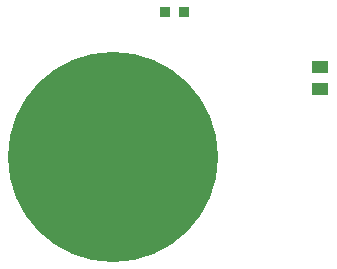
<source format=gtp>
G04*
G04 #@! TF.GenerationSoftware,Altium Limited,Altium Designer,18.1.7 (191)*
G04*
G04 Layer_Color=8421504*
%FSLAX23Y23*%
%MOIN*%
G70*
G01*
G75*
%ADD15R,0.035X0.037*%
%ADD16R,0.057X0.039*%
%ADD17C,0.701*%
D15*
X3101Y4145D02*
D03*
X3039D02*
D03*
D16*
X3555Y3962D02*
D03*
Y3888D02*
D03*
D17*
X2865Y3660D02*
D03*
M02*

</source>
